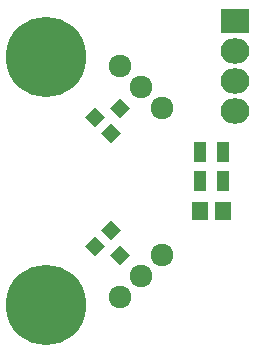
<source format=gbr>
G04 #@! TF.FileFunction,Soldermask,Top*
%FSLAX46Y46*%
G04 Gerber Fmt 4.6, Leading zero omitted, Abs format (unit mm)*
G04 Created by KiCad (PCBNEW 4.0.4+dfsg1-stable) date Thu Feb  9 13:36:58 2017*
%MOMM*%
%LPD*%
G01*
G04 APERTURE LIST*
%ADD10C,0.100000*%
%ADD11R,1.400000X1.650000*%
%ADD12R,2.432000X2.127200*%
%ADD13O,2.432000X2.127200*%
%ADD14R,1.100000X1.700000*%
%ADD15C,6.800000*%
%ADD16C,1.924000*%
G04 APERTURE END LIST*
D10*
D11*
X130000000Y-79000000D03*
X132000000Y-79000000D03*
D12*
X133000000Y-62920000D03*
D13*
X133000000Y-65460000D03*
X133000000Y-68000000D03*
X133000000Y-70540000D03*
D14*
X130050000Y-76500000D03*
X131950000Y-76500000D03*
X130050000Y-74000000D03*
X131950000Y-74000000D03*
D10*
G36*
X120272005Y-71035893D02*
X121120604Y-70187294D01*
X121969203Y-71035893D01*
X121120604Y-71884492D01*
X120272005Y-71035893D01*
X120272005Y-71035893D01*
G37*
G36*
X121615508Y-72379396D02*
X122464107Y-71530797D01*
X123312706Y-72379396D01*
X122464107Y-73227995D01*
X121615508Y-72379396D01*
X121615508Y-72379396D01*
G37*
G36*
X122357249Y-70294152D02*
X123205848Y-69445553D01*
X124054447Y-70294152D01*
X123205848Y-71142751D01*
X122357249Y-70294152D01*
X122357249Y-70294152D01*
G37*
G36*
X122464107Y-79772005D02*
X123312706Y-80620604D01*
X122464107Y-81469203D01*
X121615508Y-80620604D01*
X122464107Y-79772005D01*
X122464107Y-79772005D01*
G37*
G36*
X121120604Y-81115508D02*
X121969203Y-81964107D01*
X121120604Y-82812706D01*
X120272005Y-81964107D01*
X121120604Y-81115508D01*
X121120604Y-81115508D01*
G37*
G36*
X123205848Y-81857249D02*
X124054447Y-82705848D01*
X123205848Y-83554447D01*
X122357249Y-82705848D01*
X123205848Y-81857249D01*
X123205848Y-81857249D01*
G37*
D15*
X117000000Y-66000000D03*
X117000000Y-87000000D03*
D16*
X125000000Y-84500000D03*
X123203949Y-86296051D03*
X126796051Y-82703949D03*
X125000000Y-68500000D03*
X126796051Y-70296051D03*
X123203949Y-66703949D03*
M02*

</source>
